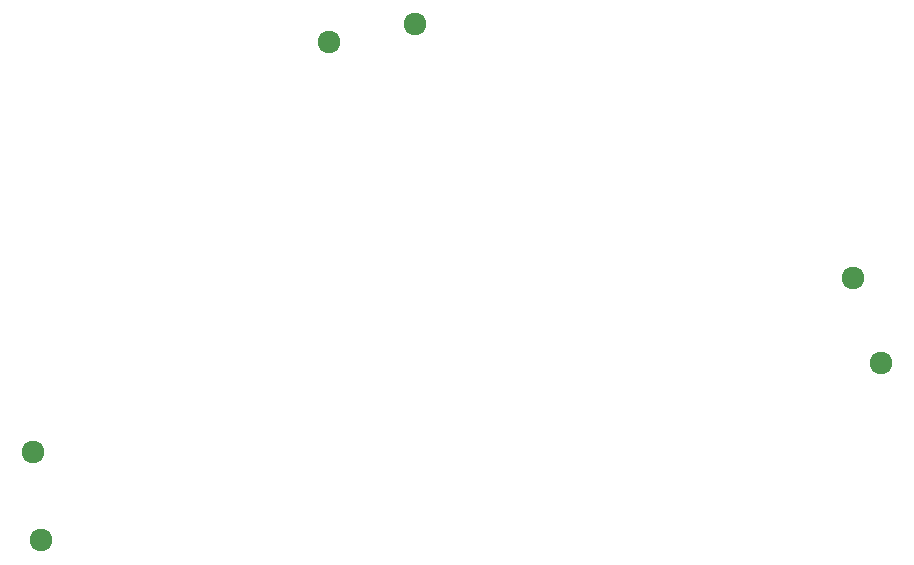
<source format=gbs>
G04 #@! TF.FileFunction,Soldermask,Bot*
%FSLAX46Y46*%
G04 Gerber Fmt 4.6, Leading zero omitted, Abs format (unit mm)*
G04 Created by KiCad (PCBNEW 4.0.1-stable) date 1/7/2016 3:17:11 PM*
%MOMM*%
G01*
G04 APERTURE LIST*
%ADD10C,0.100000*%
%ADD11C,1.924000*%
G04 APERTURE END LIST*
D10*
D11*
X141810000Y-75390000D03*
X174180000Y-39160000D03*
X142500000Y-82840000D03*
X211230000Y-60610000D03*
X213600000Y-67830000D03*
X166830000Y-40700000D03*
M02*

</source>
